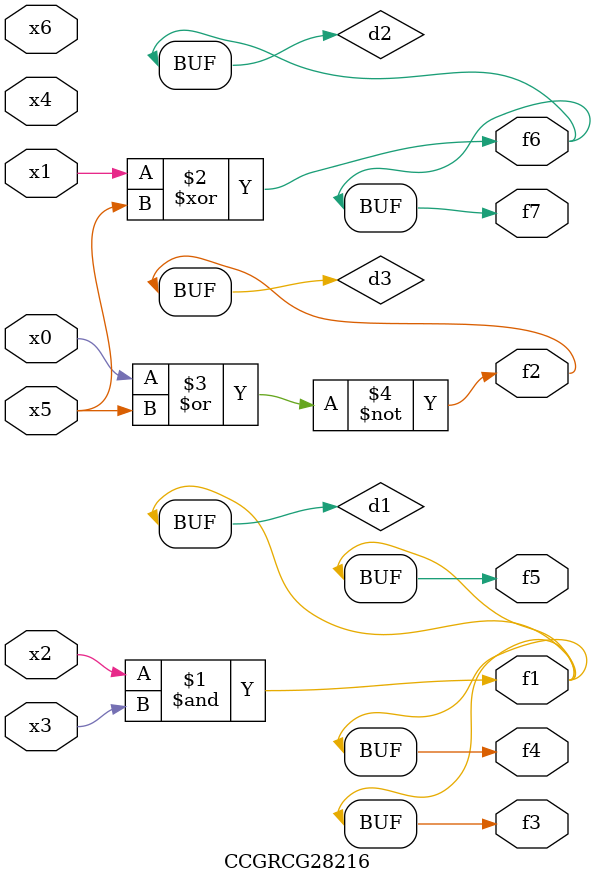
<source format=v>
module CCGRCG28216(
	input x0, x1, x2, x3, x4, x5, x6,
	output f1, f2, f3, f4, f5, f6, f7
);

	wire d1, d2, d3;

	and (d1, x2, x3);
	xor (d2, x1, x5);
	nor (d3, x0, x5);
	assign f1 = d1;
	assign f2 = d3;
	assign f3 = d1;
	assign f4 = d1;
	assign f5 = d1;
	assign f6 = d2;
	assign f7 = d2;
endmodule

</source>
